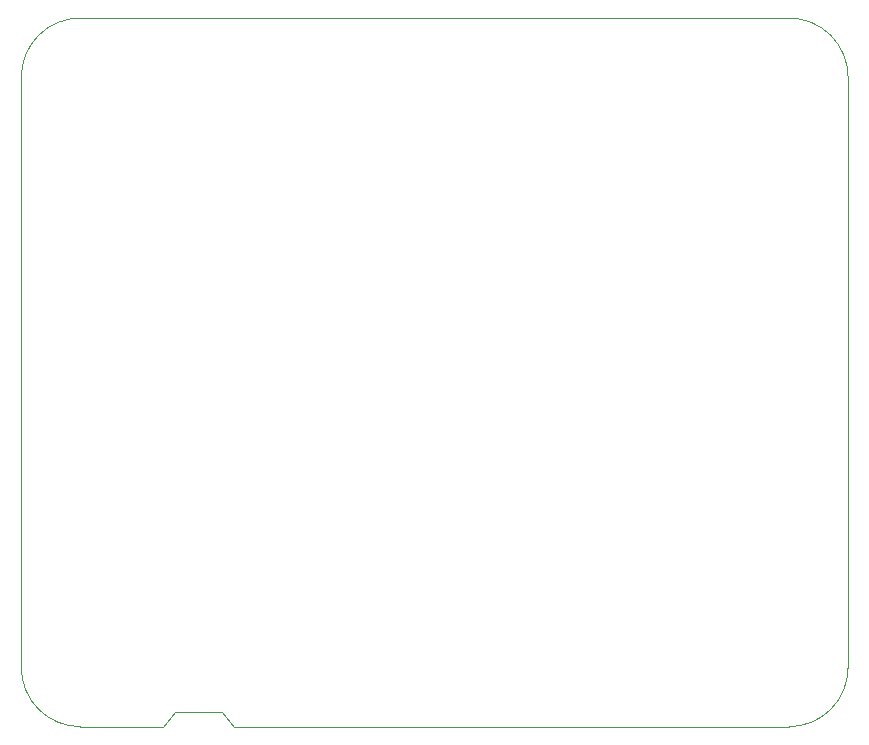
<source format=gm1>
G04 #@! TF.GenerationSoftware,KiCad,Pcbnew,7.0.7*
G04 #@! TF.CreationDate,2023-10-08T00:04:21-07:00*
G04 #@! TF.ProjectId,LogicAnalyzer,4c6f6769-6341-46e6-916c-797a65722e6b,rev?*
G04 #@! TF.SameCoordinates,Original*
G04 #@! TF.FileFunction,Profile,NP*
%FSLAX46Y46*%
G04 Gerber Fmt 4.6, Leading zero omitted, Abs format (unit mm)*
G04 Created by KiCad (PCBNEW 7.0.7) date 2023-10-08 00:04:21*
%MOMM*%
%LPD*%
G01*
G04 APERTURE LIST*
G04 #@! TA.AperFunction,Profile*
%ADD10C,0.100000*%
G04 #@! TD*
G04 APERTURE END LIST*
D10*
X77000000Y-120750000D02*
X78000000Y-122000000D01*
X76500000Y-120750000D02*
X77000000Y-120750000D01*
X73000000Y-120750000D02*
X76500000Y-120750000D01*
X72000000Y-122000000D02*
X73000000Y-120750000D01*
X65000000Y-122000000D02*
X72000000Y-122000000D01*
X60000000Y-117000000D02*
X60000000Y-67000000D01*
X125000000Y-122000000D02*
X78000000Y-122000000D01*
X130000000Y-67000000D02*
X130000000Y-117000000D01*
X65000000Y-62000000D02*
X125000000Y-62000000D01*
X60000002Y-117000000D02*
G75*
G03*
X65000000Y-122000000I4999998J-2D01*
G01*
X125000000Y-121999998D02*
G75*
G03*
X130000000Y-117000000I2J4999998D01*
G01*
X129999998Y-67000000D02*
G75*
G03*
X125000000Y-62000000I-4999998J2D01*
G01*
X65000000Y-62000002D02*
G75*
G03*
X60000000Y-67000000I-2J-4999998D01*
G01*
M02*

</source>
